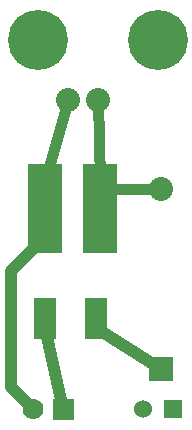
<source format=gbr>
G04 start of page 2 for group 0 idx 0 *
G04 Title: (unknown), component *
G04 Creator: pcb 20110918 *
G04 CreationDate: Thu Mar  7 19:43:21 2013 UTC *
G04 For: fosse *
G04 Format: Gerber/RS-274X *
G04 PCB-Dimensions: 100000 200000 *
G04 PCB-Coordinate-Origin: lower left *
%MOIN*%
%FSLAX25Y25*%
%LNTOP*%
%ADD128C,0.0320*%
%ADD127C,0.0790*%
%ADD126C,0.0380*%
%ADD125C,0.0500*%
%ADD124R,0.0740X0.0740*%
%ADD123R,0.1143X0.1143*%
%ADD122C,0.2000*%
%ADD121C,0.0600*%
%ADD120C,0.0700*%
%ADD119C,0.0001*%
%ADD118C,0.0800*%
%ADD117C,0.0350*%
%ADD116C,0.0250*%
%ADD115C,0.0400*%
G54D115*X33500Y92193D02*Y92000D01*
X22000Y80500D01*
Y42000D01*
G54D116*X54307Y108000D02*X51807Y110500D01*
G54D117*X72000Y108000D02*X54307D01*
G54D115*X22000Y42000D02*X29500Y34500D01*
X72000Y48000D02*X50500Y61500D01*
X39500Y34500D02*X33500Y61500D01*
G54D117*Y110500D02*X41000Y137500D01*
X51807Y110500D02*X51000Y137500D01*
G54D118*X72000Y108000D03*
G54D119*G36*
X68000Y52000D02*Y44000D01*
X76000D01*
Y52000D01*
X68000D01*
G37*
G36*
X36000Y38000D02*Y31000D01*
X43000D01*
Y38000D01*
X36000D01*
G37*
G54D120*X29500Y34500D03*
G54D119*G36*
X73000Y37500D02*Y31500D01*
X79000D01*
Y37500D01*
X73000D01*
G37*
G54D121*X66000Y34500D03*
G54D122*X31000Y157500D03*
X71000D03*
G54D118*X41000Y137500D03*
X51000D03*
G54D123*X33500Y110500D02*Y92193D01*
X51807Y110500D02*Y92193D01*
G54D124*X33500Y67900D02*Y61500D01*
X50500Y67900D02*Y61500D01*
G54D121*X33500Y67900D03*
X50500Y61500D03*
X33500Y92193D03*
X51807Y110500D03*
G54D117*G54D125*G54D126*G54D127*G54D128*M02*

</source>
